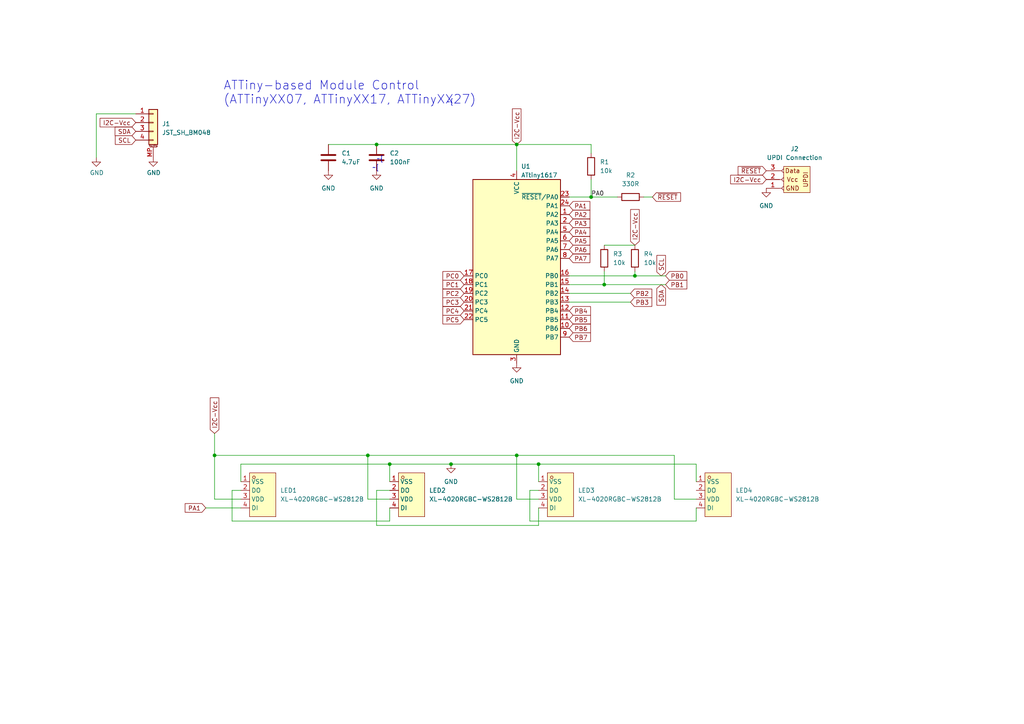
<source format=kicad_sch>
(kicad_sch (version 20211123) (generator eeschema)
  (paper "A4")
  (lib_symbols
    (symbol "Connector_QWIIC_Stackable:QWIIC_Stackable" (pin_names (offset 1.016) hide)
      (property "Reference" "J" (at 0 5.08 0))
      (property "Value" "QWIIC_Stackable" (at 1.27 -7.62 0))
      (symbol "QWIIC_Stackable_1_1"
        (rectangle (start -1.27 -4.953) (end 0 -5.207) (stroke (width 0.1524)))
        (rectangle (start -1.27 -2.413) (end 0 -2.667) (stroke (width 0.1524)))
        (rectangle (start -1.27 0.127) (end 0 -0.127) (stroke (width 0.1524)))
        (rectangle (start -1.27 2.667) (end 0 2.413) (stroke (width 0.1524)))
        (rectangle (start -1.27 3.81) (end 1.27 -6.35) (stroke (width 0.254)) (fill (type background)))
        (polyline (pts (xy -1.016 -7.112) (xy 1.016 -7.112)) (stroke (width 0.1524)))
        (text "Mounting" (at 0 -6.731 0) (effects (font (size 0.381 0.381))))
        (pin passive line (at -5.08 2.54 0) (length 3.81) (name "Pin_1") (number "1"))
        (pin passive line (at -5.08 0 0) (length 3.81) (name "Pin_2") (number "2"))
        (pin passive line (at -5.08 -2.54 0) (length 3.81) (name "Pin_3") (number "3"))
        (pin passive line (at -5.08 -5.08 0) (length 3.81) (name "Pin_4") (number "4"))
        (pin passive line (at 0 -10.16 90) (length 3.048) (name "MountPin") (number "MP"))
      )
    )
    (symbol "Device:C" (pin_numbers hide) (pin_names (offset 0.254))
      (property "Reference" "C" (at 0.635 2.54 0))
      (property "Value" "C" (at 0.635 -2.54 0))
      (symbol "C_0_1"
        (polyline (pts (xy -2.032 -0.762) (xy 2.032 -0.762)) (stroke (width 0.508)))
        (polyline (pts (xy -2.032 0.762) (xy 2.032 0.762)) (stroke (width 0.508)))
      )
      (symbol "C_1_1"
        (pin passive line (at 0 3.81 270) (length 2.794) (name "~") (number "1"))
        (pin passive line (at 0 -3.81 90) (length 2.794) (name "~") (number "2"))
      )
    )
    (symbol "Device:R" (pin_numbers hide) (pin_names (offset 0))
      (property "Reference" "R" (at 2.032 0 90))
      (property "Value" "R" (at 0 0 90))
      (symbol "R_0_1"
        (rectangle (start -1.016 -2.54) (end 1.016 2.54) (stroke (width 0.254)))
      )
      (symbol "R_1_1"
        (pin passive line (at 0 3.81 270) (length 1.27) (name "~") (number "1"))
        (pin passive line (at 0 -3.81 90) (length 1.27) (name "~") (number "2"))
      )
    )
    (symbol "MCU_Microchip_ATtiny:ATtiny817-M"
      (property "Reference" "U" (at -12.7 26.67 0))
      (property "Value" "ATtiny817-M" (at 2.54 -26.67 0))
      (symbol "ATtiny817-M_0_1"
        (rectangle (start -12.7 -25.4) (end 12.7 25.4) (stroke (width 0.254)) (fill (type background)))
      )
      (symbol "ATtiny817-M_1_1"
        (pin bidirectional line (at 15.24 15.24 180) (length 2.54) (name "PA2") (number "1"))
        (pin bidirectional line (at 15.24 -17.78 180) (length 2.54) (name "PB6") (number "10"))
        (pin bidirectional line (at 15.24 -15.24 180) (length 2.54) (name "PB5") (number "11"))
        (pin bidirectional line (at 15.24 -12.7 180) (length 2.54) (name "PB4") (number "12"))
        (pin bidirectional line (at 15.24 -10.16 180) (length 2.54) (name "PB3") (number "13"))
        (pin bidirectional line (at 15.24 -7.62 180) (length 2.54) (name "PB2") (number "14"))
        (pin bidirectional line (at 15.24 -5.08 180) (length 2.54) (name "PB1") (number "15"))
        (pin bidirectional line (at 15.24 -2.54 180) (length 2.54) (name "PB0") (number "16"))
        (pin bidirectional line (at -15.24 -2.54 0) (length 2.54) (name "PC0") (number "17"))
        (pin bidirectional line (at -15.24 -5.08 0) (length 2.54) (name "PC1") (number "18"))
        (pin bidirectional line (at -15.24 -7.62 0) (length 2.54) (name "PC2") (number "19"))
        (pin bidirectional line (at 15.24 12.7 180) (length 2.54) (name "PA3") (number "2"))
        (pin bidirectional line (at -15.24 -10.16 0) (length 2.54) (name "PC3") (number "20"))
        (pin bidirectional line (at -15.24 -12.7 0) (length 2.54) (name "PC4") (number "21"))
        (pin bidirectional line (at -15.24 -15.24 0) (length 2.54) (name "PC5") (number "22"))
        (pin bidirectional line (at 15.24 20.32 180) (length 2.54) (name "~{RESET}/PA0") (number "23"))
        (pin bidirectional line (at 15.24 17.78 180) (length 2.54) (name "PA1") (number "24"))
        (pin passive line (at 0 -27.94 90) (length 2.54) hide (name "GND") (number "25"))
        (pin power_in line (at 0 -27.94 90) (length 2.54) (name "GND") (number "3"))
        (pin power_in line (at 0 27.94 270) (length 2.54) (name "VCC") (number "4"))
        (pin bidirectional line (at 15.24 10.16 180) (length 2.54) (name "PA4") (number "5"))
        (pin bidirectional line (at 15.24 7.62 180) (length 2.54) (name "PA5") (number "6"))
        (pin bidirectional line (at 15.24 5.08 180) (length 2.54) (name "PA6") (number "7"))
        (pin bidirectional line (at 15.24 2.54 180) (length 2.54) (name "PA7") (number "8"))
        (pin bidirectional line (at 15.24 -20.32 180) (length 2.54) (name "PB7") (number "9"))
      )
    )
    (symbol "New_Library:XL-4020RGBC-WS2812B"
      (property "Reference" "LED" (at 0 8.89 0))
      (property "Value" "XL-4020RGBC-WS2812B" (at 0 -8.89 0))
      (symbol "XL-4020RGBC-WS2812B_0_1"
        (rectangle (start -3.81 6.35) (end 3.81 -6.35) (fill (type background)))
        (circle (center -2.54 5.08) (radius 0.38))
        (pin unspecified line (at -6.35 3.81 0) (length 2.54) (name "VSS") (number "1"))
        (pin unspecified line (at -6.35 1.27 0) (length 2.54) (name "DO") (number "2"))
        (pin unspecified line (at -6.35 -1.27 0) (length 2.54) (name "VDD") (number "3"))
        (pin unspecified line (at -6.35 -3.81 0) (length 2.54) (name "DI") (number "4"))
      )
    )
    (symbol "power:GND" (power) (pin_names (offset 0))
      (property "Value" "GND" (at 0 -3.81 0))
      (symbol "GND_0_1"
        (polyline (pts (xy 0 0) (xy 0 -1.27) (xy 1.27 -1.27) (xy 0 -2.54) (xy -1.27 -1.27) (xy 0 -1.27)))
      )
      (symbol "GND_1_1"
        (pin power_in line (at 0 0 270) (length 0) hide (name "GND") (number "1"))
      )
    )
    (symbol "tinker:UPDI Connection" (pin_names (offset 1.016) hide)
      (property "Reference" "J" (at 0 5.08 0))
      (property "Value" "UPDI Connection" (at 0 -5.08 0))
      (symbol "UPDI Connection_0_0"
        (text "Data" (at 2.54 -2.54 0) (effects (font (size 1.27 1.27))))
        (text "GND" (at 2.54 2.54 0) (effects (font (size 1.27 1.27))))
        (text "UPDI" (at 6.35 0 900) (effects (font (size 1.27 1.27))))
        (text "Vcc" (at 2.54 0 0) (effects (font (size 1.27 1.27))))
      )
      (symbol "UPDI Connection_0_1"
        (rectangle (start 7.62 3.81) (end 0 -3.81) (fill (type background)))
      )
      (symbol "UPDI Connection_1_1"
        (arc (start 0 -2.032) (mid -0.508 -2.54) (end 0 -3.048) (stroke (width 0.1524)))
        (polyline (pts (xy -1.27 -2.54) (xy -0.508 -2.54)) (stroke (width 0.1524)))
        (polyline (pts (xy -1.27 0) (xy -0.508 0)) (stroke (width 0.1524)))
        (polyline (pts (xy -1.27 2.54) (xy -0.508 2.54)) (stroke (width 0.1524)))
        (arc (start 0 0.508) (mid -0.508 0) (end 0 -0.508) (stroke (width 0.1524)))
        (arc (start 0 3.048) (mid -0.508 2.54) (end 0 2.032) (stroke (width 0.1524)))
        (pin power_in line (at -5.08 2.54 0) (length 3.81) (name "Pin_1") (number "1"))
        (pin power_in line (at -5.08 0 0) (length 3.81) (name "Pin_2") (number "2"))
        (pin bidirectional line (at -5.08 -2.54 0) (length 3.81) (name "Pin_3") (number "3"))
      )
    )
  )
  (junction (at 184.15 80.01))
  (junction (at 171.45 57.15))
  (junction (at 106.68 132.08))
  (junction (at 62.23 132.08))
  (junction (at 130.81 134.62))
  (junction (at 175.26 82.55))
  (junction (at 149.86 132.08))
  (junction (at 113.03 134.62))
  (junction (at 156.21 134.62))
  (junction (at 109.22 41.91))
  (junction (at 149.86 41.91))
  (wire (pts (xy 149.86 132.08) (xy 195.58 132.08)))
  (wire (pts (xy 62.23 132.08) (xy 62.23 144.78)))
  (wire (pts (xy 195.58 144.78) (xy 195.58 132.08)))
  (wire (pts (xy 171.45 52.07) (xy 171.45 57.15)))
  (wire (pts (xy 106.68 132.08) (xy 149.86 132.08)))
  (wire (pts (xy 186.69 57.15) (xy 189.23 57.15)))
  (wire (pts (xy 69.85 134.62) (xy 69.85 139.7)))
  (wire (pts (xy 201.93 151.13) (xy 201.93 147.32)))
  (wire (pts (xy 95.25 41.91) (xy 109.22 41.91)))
  (wire (pts (xy 201.93 144.78) (xy 195.58 144.78)))
  (wire (pts (xy 109.22 142.24) (xy 109.22 152.4)))
  (wire (pts (xy 193.04 82.55) (xy 175.26 82.55)))
  (wire (pts (xy 156.21 134.62) (xy 130.81 134.62)))
  (wire (pts (xy 113.03 139.7) (xy 113.03 134.62)))
  (wire (pts (xy 149.86 144.78) (xy 149.86 132.08)))
  (wire (pts (xy 175.26 71.12) (xy 184.15 71.12)))
  (wire (pts (xy 59.69 147.32) (xy 69.85 147.32)))
  (wire (pts (xy 175.26 78.74) (xy 175.26 82.55)))
  (wire (pts (xy 171.45 57.15) (xy 179.07 57.15)))
  (wire (pts (xy 109.22 152.4) (xy 156.21 152.4)))
  (wire (pts (xy 69.85 134.62) (xy 113.03 134.62)))
  (wire (pts (xy 106.68 144.78) (xy 106.68 132.08)))
  (wire (pts (xy 113.03 142.24) (xy 109.22 142.24)))
  (wire (pts (xy 153.67 142.24) (xy 153.67 151.13)))
  (wire (pts (xy 184.15 78.74) (xy 184.15 80.01)))
  (wire (pts (xy 62.23 132.08) (xy 62.23 125.73)))
  (wire (pts (xy 149.86 41.91) (xy 171.45 41.91)))
  (wire (pts (xy 153.67 151.13) (xy 201.93 151.13)))
  (wire (pts (xy 67.31 142.24) (xy 67.31 151.13)))
  (wire (pts (xy 184.15 80.01) (xy 165.1 80.01)))
  (wire (pts (xy 109.22 41.91) (xy 149.86 41.91)))
  (wire (pts (xy 113.03 134.62) (xy 130.81 134.62)))
  (wire (pts (xy 165.1 57.15) (xy 171.45 57.15)))
  (wire (pts (xy 27.94 33.02) (xy 39.37 33.02)))
  (wire (pts (xy 69.85 142.24) (xy 67.31 142.24)))
  (wire (pts (xy 175.26 82.55) (xy 165.1 82.55)))
  (wire (pts (xy 193.04 80.01) (xy 184.15 80.01)))
  (wire (pts (xy 67.31 151.13) (xy 113.03 151.13)))
  (wire (pts (xy 165.1 85.09) (xy 182.88 85.09)))
  (wire (pts (xy 201.93 139.7) (xy 201.93 134.62)))
  (wire (pts (xy 149.86 41.91) (xy 149.86 49.53)))
  (wire (pts (xy 113.03 147.32) (xy 113.03 151.13)))
  (wire (pts (xy 165.1 87.63) (xy 182.88 87.63)))
  (wire (pts (xy 171.45 41.91) (xy 171.45 44.45)))
  (wire (pts (xy 27.94 45.72) (xy 27.94 33.02)))
  (wire (pts (xy 113.03 144.78) (xy 106.68 144.78)))
  (wire (pts (xy 156.21 152.4) (xy 156.21 147.32)))
  (wire (pts (xy 156.21 144.78) (xy 149.86 144.78)))
  (wire (pts (xy 156.21 134.62) (xy 156.21 139.7)))
  (wire (pts (xy 156.21 142.24) (xy 153.67 142.24)))
  (wire (pts (xy 69.85 144.78) (xy 62.23 144.78)))
  (wire (pts (xy 62.23 132.08) (xy 106.68 132.08)))
  (wire (pts (xy 201.93 134.62) (xy 156.21 134.62)))
  (text "~{" (at 129.54 30.48 0) (effects (font (size 1.27 1.27)) (justify left bottom)))
  (text "~{" (at 109.22 46.99 0) (effects (font (size 1.27 1.27)) (justify left bottom)))
  (text "ATTiny-based Module Control\n(ATTinyXX07, ATTinyXX17, ATTinyXX27)" (at 64.77 30.48 0) (effects (font (size 2.54 2.54)) (justify left bottom)))
  (text "~{" (at 107.95 49.53 0) (effects (font (size 1.27 1.27)) (justify left bottom)))
  (label "PA0" (at 171.45 57.15 0))
  (global_label "PC4" (shape input) (at 134.62 90.17 180) (property "Intersheet References" "${INTERSHEET_REFS}" (effects hide)))
  (global_label "~{RESET}" (shape input) (at 222.25 49.53 180) (property "Intersheet References" "${INTERSHEET_REFS}" (effects hide)))
  (global_label "PA2" (shape input) (at 165.1 62.23 0) (property "Intersheet References" "${INTERSHEET_REFS}" (effects hide)))
  (global_label "PA1" (shape input) (at 165.1 59.69 0) (property "Intersheet References" "${INTERSHEET_REFS}" (effects hide)))
  (global_label "PA6" (shape input) (at 165.1 72.39 0) (property "Intersheet References" "${INTERSHEET_REFS}" (effects hide)))
  (global_label "PA5" (shape input) (at 165.1 69.85 0) (property "Intersheet References" "${INTERSHEET_REFS}" (effects hide)))
  (global_label "PB1" (shape input) (at 193.04 82.55 0) (property "Intersheet References" "${INTERSHEET_REFS}" (effects hide)))
  (global_label "PA3" (shape input) (at 165.1 64.77 0) (property "Intersheet References" "${INTERSHEET_REFS}" (effects hide)))
  (global_label "SDA" (shape input) (at 39.37 38.1 180) (property "Intersheet References" "${INTERSHEET_REFS}" (effects hide)))
  (global_label "PA4" (shape input) (at 165.1 67.31 0) (property "Intersheet References" "${INTERSHEET_REFS}" (effects hide)))
  (global_label "PC0" (shape input) (at 134.62 80.01 180) (property "Intersheet References" "${INTERSHEET_REFS}" (effects hide)))
  (global_label "I2C-Vcc" (shape input) (at 149.86 41.91 90) (property "Intersheet References" "${INTERSHEET_REFS}" (effects hide)))
  (global_label "I2C-Vcc" (shape input) (at 39.37 35.56 180) (property "Intersheet References" "${INTERSHEET_REFS}" (effects hide)))
  (global_label "PB4" (shape input) (at 165.1 90.17 0) (property "Intersheet References" "${INTERSHEET_REFS}" (effects hide)))
  (global_label "PB5" (shape input) (at 165.1 92.71 0) (property "Intersheet References" "${INTERSHEET_REFS}" (effects hide)))
  (global_label "SCL" (shape input) (at 191.77 80.01 90) (property "Intersheet References" "${INTERSHEET_REFS}" (effects hide)))
  (global_label "PB2" (shape input) (at 182.88 85.09 0) (property "Intersheet References" "${INTERSHEET_REFS}" (effects hide)))
  (global_label "PB0" (shape input) (at 193.04 80.01 0) (property "Intersheet References" "${INTERSHEET_REFS}" (effects hide)))
  (global_label "PB3" (shape input) (at 182.88 87.63 0) (property "Intersheet References" "${INTERSHEET_REFS}" (effects hide)))
  (global_label "PB6" (shape input) (at 165.1 95.25 0) (property "Intersheet References" "${INTERSHEET_REFS}" (effects hide)))
  (global_label "PA1" (shape input) (at 59.69 147.32 180) (property "Intersheet References" "${INTERSHEET_REFS}" (effects hide)))
  (global_label "PC5" (shape input) (at 134.62 92.71 180) (property "Intersheet References" "${INTERSHEET_REFS}" (effects hide)))
  (global_label "SDA" (shape input) (at 191.77 82.55 270) (property "Intersheet References" "${INTERSHEET_REFS}" (effects hide)))
  (global_label "PC1" (shape input) (at 134.62 82.55 180) (property "Intersheet References" "${INTERSHEET_REFS}" (effects hide)))
  (global_label "PC2" (shape input) (at 134.62 85.09 180) (property "Intersheet References" "${INTERSHEET_REFS}" (effects hide)))
  (global_label "PA7" (shape input) (at 165.1 74.93 0) (property "Intersheet References" "${INTERSHEET_REFS}" (effects hide)))
  (global_label "I2C-Vcc" (shape input) (at 222.25 52.07 180) (property "Intersheet References" "${INTERSHEET_REFS}" (effects hide)))
  (global_label "I2C-Vcc" (shape input) (at 184.15 71.12 90) (property "Intersheet References" "${INTERSHEET_REFS}" (effects hide)))
  (global_label "PB7" (shape input) (at 165.1 97.79 0) (property "Intersheet References" "${INTERSHEET_REFS}" (effects hide)))
  (global_label "PC3" (shape input) (at 134.62 87.63 180) (property "Intersheet References" "${INTERSHEET_REFS}" (effects hide)))
  (global_label "~{RESET}" (shape input) (at 189.23 57.15 0) (property "Intersheet References" "${INTERSHEET_REFS}" (effects hide)))
  (global_label "SCL" (shape input) (at 39.37 40.64 180) (property "Intersheet References" "${INTERSHEET_REFS}" (effects hide)))
  (global_label "I2C-Vcc" (shape input) (at 62.23 125.73 90) (property "Intersheet References" "${INTERSHEET_REFS}" (effects hide)))
  (symbol (lib_id "Device:C") (at 109.22 45.72 0) (unit 1)
    (property "Reference" "C2" (at 113.03 44.4499 0) (effects (justify left)))
    (property "Value" "100nF" (at 113.03 46.9899 0) (effects (justify left)))
    (property "Footprint" "Capacitor_SMD:C_0603_1608Metric" (effects hide))
    (property "LCSC" "C14663" (effects hide))
  )
  (symbol (lib_id "power:GND") (at 44.45 45.72 0) (unit 1)
    (property "Reference" "#PWR0101" (effects hide))
    (property "Value" "GND" (at 44.577 50.1142 0))
  )
  (symbol (lib_id "Device:C") (at 95.25 45.72 0) (unit 1)
    (property "Reference" "C1" (at 99.06 44.4499 0) (effects (justify left)))
    (property "Value" "4.7uF" (at 99.06 46.9899 0) (effects (justify left)))
    (property "Footprint" "Capacitor_SMD:C_0805_2012Metric" (effects hide))
    (property "LCSC" "C107153" (effects hide))
  )
  (symbol (lib_id "New_Library:XL-4020RGBC-WS2812B") (at 76.2 143.51 0) (unit 1)
    (property "Reference" "LED1" (at 81.28 142.2399 0) (effects (justify left)))
    (property "Value" "XL-4020RGBC-WS2812B" (at 81.28 144.7799 0) (effects (justify left)))
    (property "Footprint" "tinker:LED-SMD_4P-L4.0-W1.7_XL-4020RGBC-WS2812B" (effects hide))
    (property "LCSC Part" "C3647024" (effects hide))
  )
  (symbol (lib_id "MCU_Microchip_ATtiny:ATtiny817-M") (at 149.86 77.47 0) (unit 1)
    (property "Reference" "U1" (at 151.13 48.26 0) (effects (justify left)))
    (property "Value" "ATtiny1617" (at 151.13 50.8 0) (effects (justify left)))
    (property "Footprint" "Package_DFN_QFN:QFN-24-1EP_4x4mm_P0.5mm_EP2.6x2.6mm" (effects hide))
    (property "Datasheet" "http://ww1.microchip.com/downloads/en/DeviceDoc/40001901B.pdf" (effects hide))
    (property "LCSC" "C1340514" (effects hide))
  )
  (symbol (lib_id "New_Library:XL-4020RGBC-WS2812B") (at 119.38 143.51 0) (unit 1)
    (property "Reference" "LED2" (at 124.46 142.2399 0) (effects (justify left)))
    (property "Value" "XL-4020RGBC-WS2812B" (at 124.46 144.7799 0) (effects (justify left)))
    (property "Footprint" "tinker:LED-SMD_4P-L4.0-W1.7_XL-4020RGBC-WS2812B" (effects hide))
    (property "LCSC Part" "C3647024" (effects hide))
  )
  (symbol (lib_id "Device:R") (at 171.45 48.26 0) (unit 1)
    (property "Reference" "R1" (at 173.99 46.9899 0) (effects (justify left)))
    (property "Value" "10k" (at 173.99 49.5299 0) (effects (justify left)))
    (property "Footprint" "Resistor_SMD:R_0603_1608Metric" (effects hide))
    (property "LCSC" "C25804" (effects hide))
  )
  (symbol (lib_id "power:GND") (at 27.94 45.72 0) (unit 1)
    (property "Reference" "#PWR0102" (effects hide))
    (property "Value" "GND" (at 28.067 50.1142 0))
  )
  (symbol (lib_id "power:GND") (at 149.86 105.41 0) (unit 1)
    (property "Reference" "#PWR0105" (effects hide))
    (property "Value" "GND" (at 149.86 110.49 0))
  )
  (symbol (lib_id "Device:R") (at 175.26 74.93 0) (unit 1)
    (property "Reference" "R3" (at 177.8 73.6599 0) (effects (justify left)))
    (property "Value" "10k" (at 177.8 76.1999 0) (effects (justify left)))
    (property "Footprint" "Resistor_SMD:R_0603_1608Metric" (effects hide))
    (property "LCSC" "C25804" (effects hide))
  )
  (symbol (lib_id "Device:R") (at 184.15 74.93 0) (unit 1)
    (property "Reference" "R4" (at 186.69 73.6599 0) (effects (justify left)))
    (property "Value" "10k" (at 186.69 76.1999 0) (effects (justify left)))
    (property "Footprint" "Resistor_SMD:R_0603_1608Metric" (effects hide))
    (property "LCSC" "C25804" (effects hide))
  )
  (symbol (lib_id "power:GND") (at 222.25 54.61 0) (unit 1)
    (property "Reference" "#PWR0106" (effects hide))
    (property "Value" "GND" (at 222.25 59.69 0))
  )
  (symbol (lib_id "New_Library:XL-4020RGBC-WS2812B") (at 208.28 143.51 0) (unit 1)
    (property "Reference" "LED4" (at 213.36 142.2399 0) (effects (justify left)))
    (property "Value" "XL-4020RGBC-WS2812B" (at 213.36 144.7799 0) (effects (justify left)))
    (property "Footprint" "tinker:LED-SMD_4P-L4.0-W1.7_XL-4020RGBC-WS2812B" (effects hide))
    (property "LCSC Part" "C3647024" (effects hide))
  )
  (symbol (lib_id "Connector_QWIIC_Stackable:QWIIC_Stackable") (at 44.45 35.56 0) (unit 1)
    (property "Reference" "J1" (at 46.99 35.9155 0) (effects (justify left)))
    (property "Value" "JST_SH_BM048" (at 46.99 38.4555 0) (effects (justify left)))
    (property "Footprint" "Connector_JST:JST_SH_SM04B-SRSS-TB_1x04-1MP_P1.00mm_Horizontal" (effects hide))
    (property "LCSC" "C145961" (effects hide))
  )
  (symbol (lib_id "power:GND") (at 130.81 134.62 0) (unit 1)
    (property "Reference" "#PWR0108" (effects hide))
    (property "Value" "GND" (at 130.81 139.7 0))
  )
  (symbol (lib_id "Device:R") (at 182.88 57.15 90) (unit 1)
    (property "Reference" "R2" (at 182.88 50.8 90))
    (property "Value" "330R" (at 182.88 53.34 90))
    (property "Footprint" "Resistor_SMD:R_0603_1608Metric" (effects hide))
    (property "LCSC" "C23138" (effects hide))
  )
  (symbol (lib_id "tinker:UPDI Connection") (at 227.33 52.07 0) (mirror x) (unit 1) (in_bom no)
    (property "Reference" "J2" (at 230.4669 43.18 0))
    (property "Value" "UPDI Connection" (at 230.4669 45.72 0))
    (property "Footprint" "tinker:UPDI_connection" (effects hide))
  )
  (symbol (lib_id "power:GND") (at 109.22 49.53 0) (unit 1)
    (property "Reference" "#PWR0103" (effects hide))
    (property "Value" "GND" (at 109.22 54.61 0))
  )
  (symbol (lib_id "New_Library:XL-4020RGBC-WS2812B") (at 162.56 143.51 0) (unit 1)
    (property "Reference" "LED3" (at 167.64 142.2399 0) (effects (justify left)))
    (property "Value" "XL-4020RGBC-WS2812B" (at 167.64 144.7799 0) (effects (justify left)))
    (property "Footprint" "tinker:LED-SMD_4P-L4.0-W1.7_XL-4020RGBC-WS2812B" (effects hide))
    (property "LCSC Part" "C3647024" (effects hide))
  )
  (symbol (lib_id "power:GND") (at 95.25 49.53 0) (unit 1)
    (property "Reference" "#PWR0104" (effects hide))
    (property "Value" "GND" (at 95.25 54.61 0))
  )
)
</source>
